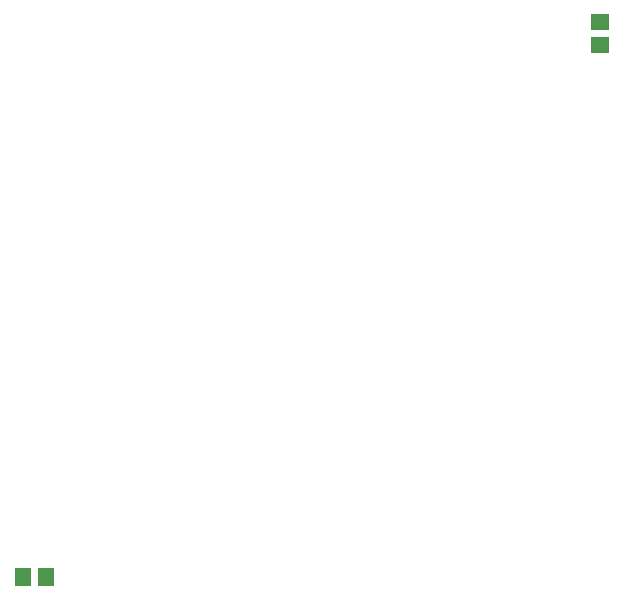
<source format=gtp>
G04 Layer_Color=7318015*
%FSLAX23Y23*%
%MOIN*%
G70*
G01*
G75*
%ADD10R,0.057X0.061*%
%ADD11R,0.061X0.057*%
D10*
X1628Y995D02*
D03*
X1702D02*
D03*
D11*
X3550Y2768D02*
D03*
Y2842D02*
D03*
M02*

</source>
